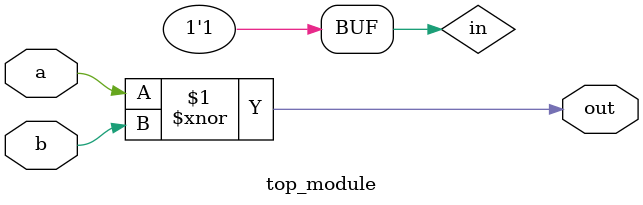
<source format=v>
module top_module(a,b,out);
	input a,b;
	output out;
	assign out = a^~b;
	assign in=1'b1;
endmodule
</source>
